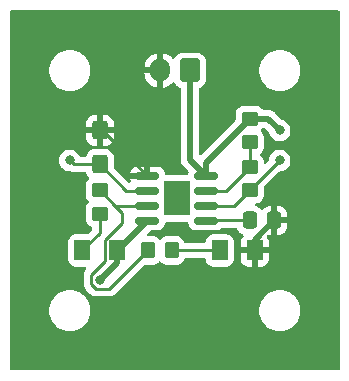
<source format=gbr>
%TF.GenerationSoftware,KiCad,Pcbnew,7.0.8*%
%TF.CreationDate,2023-10-11T13:53:52-07:00*%
%TF.ProjectId,PCB_555_Timer,5043425f-3535-4355-9f54-696d65722e6b,rev?*%
%TF.SameCoordinates,Original*%
%TF.FileFunction,Copper,L1,Top*%
%TF.FilePolarity,Positive*%
%FSLAX46Y46*%
G04 Gerber Fmt 4.6, Leading zero omitted, Abs format (unit mm)*
G04 Created by KiCad (PCBNEW 7.0.8) date 2023-10-11 13:53:52*
%MOMM*%
%LPD*%
G01*
G04 APERTURE LIST*
G04 Aperture macros list*
%AMRoundRect*
0 Rectangle with rounded corners*
0 $1 Rounding radius*
0 $2 $3 $4 $5 $6 $7 $8 $9 X,Y pos of 4 corners*
0 Add a 4 corners polygon primitive as box body*
4,1,4,$2,$3,$4,$5,$6,$7,$8,$9,$2,$3,0*
0 Add four circle primitives for the rounded corners*
1,1,$1+$1,$2,$3*
1,1,$1+$1,$4,$5*
1,1,$1+$1,$6,$7*
1,1,$1+$1,$8,$9*
0 Add four rect primitives between the rounded corners*
20,1,$1+$1,$2,$3,$4,$5,0*
20,1,$1+$1,$4,$5,$6,$7,0*
20,1,$1+$1,$6,$7,$8,$9,0*
20,1,$1+$1,$8,$9,$2,$3,0*%
G04 Aperture macros list end*
%TA.AperFunction,SMDPad,CuDef*%
%ADD10R,2.290000X3.000000*%
%TD*%
%TA.AperFunction,SMDPad,CuDef*%
%ADD11RoundRect,0.150000X-0.825000X-0.150000X0.825000X-0.150000X0.825000X0.150000X-0.825000X0.150000X0*%
%TD*%
%TA.AperFunction,SMDPad,CuDef*%
%ADD12RoundRect,0.250000X-0.350000X-0.450000X0.350000X-0.450000X0.350000X0.450000X-0.350000X0.450000X0*%
%TD*%
%TA.AperFunction,SMDPad,CuDef*%
%ADD13RoundRect,0.250000X0.450000X-0.350000X0.450000X0.350000X-0.450000X0.350000X-0.450000X-0.350000X0*%
%TD*%
%TA.AperFunction,SMDPad,CuDef*%
%ADD14RoundRect,0.250000X-0.450000X0.350000X-0.450000X-0.350000X0.450000X-0.350000X0.450000X0.350000X0*%
%TD*%
%TA.AperFunction,ComponentPad*%
%ADD15RoundRect,0.250000X0.600000X0.750000X-0.600000X0.750000X-0.600000X-0.750000X0.600000X-0.750000X0*%
%TD*%
%TA.AperFunction,ComponentPad*%
%ADD16O,1.700000X2.000000*%
%TD*%
%TA.AperFunction,SMDPad,CuDef*%
%ADD17RoundRect,0.250001X0.462499X0.624999X-0.462499X0.624999X-0.462499X-0.624999X0.462499X-0.624999X0*%
%TD*%
%TA.AperFunction,SMDPad,CuDef*%
%ADD18RoundRect,0.250001X-0.462499X-0.624999X0.462499X-0.624999X0.462499X0.624999X-0.462499X0.624999X0*%
%TD*%
%TA.AperFunction,SMDPad,CuDef*%
%ADD19RoundRect,0.250000X-0.337500X-0.475000X0.337500X-0.475000X0.337500X0.475000X-0.337500X0.475000X0*%
%TD*%
%TA.AperFunction,SMDPad,CuDef*%
%ADD20RoundRect,0.250000X0.425000X-0.537500X0.425000X0.537500X-0.425000X0.537500X-0.425000X-0.537500X0*%
%TD*%
%TA.AperFunction,ViaPad*%
%ADD21C,0.800000*%
%TD*%
%TA.AperFunction,Conductor*%
%ADD22C,0.254000*%
%TD*%
%TA.AperFunction,Conductor*%
%ADD23C,0.250000*%
%TD*%
%TA.AperFunction,Conductor*%
%ADD24C,0.508000*%
%TD*%
G04 APERTURE END LIST*
D10*
%TO.P,U1,9*%
%TO.N,N/C*%
X146207500Y-102280000D03*
D11*
%TO.P,U1,8,VCC*%
%TO.N,+9V*%
X148682500Y-100375000D03*
%TO.P,U1,7,DIS*%
%TO.N,/pin_7*%
X148682500Y-101645000D03*
%TO.P,U1,6,THR*%
%TO.N,/pin_2*%
X148682500Y-102915000D03*
%TO.P,U1,5,CV*%
%TO.N,Net-(U1-CV)*%
X148682500Y-104185000D03*
%TO.P,U1,4,R*%
%TO.N,+9V*%
X143732500Y-104185000D03*
%TO.P,U1,3,Q*%
%TO.N,/pin_3*%
X143732500Y-102915000D03*
%TO.P,U1,2,TR*%
%TO.N,/pin_2*%
X143732500Y-101645000D03*
%TO.P,U1,1,GND*%
%TO.N,GND*%
X143732500Y-100375000D03*
%TD*%
D12*
%TO.P,R4,1*%
%TO.N,/pin_3*%
X143780000Y-106680000D03*
%TO.P,R4,2*%
%TO.N,Net-(D2-A)*%
X145780000Y-106680000D03*
%TD*%
D13*
%TO.P,R3,1*%
%TO.N,Net-(D1-K)*%
X139700000Y-103600000D03*
%TO.P,R3,2*%
%TO.N,/pin_3*%
X139700000Y-101600000D03*
%TD*%
D14*
%TO.P,R2,1*%
%TO.N,/pin_7*%
X152400000Y-99600000D03*
%TO.P,R2,2*%
%TO.N,/pin_2*%
X152400000Y-101600000D03*
%TD*%
%TO.P,R1,1*%
%TO.N,+9V*%
X152400000Y-95520000D03*
%TO.P,R1,2*%
%TO.N,/pin_7*%
X152400000Y-97520000D03*
%TD*%
D15*
%TO.P,J1,1,Pin_1*%
%TO.N,+9V*%
X147320000Y-91440000D03*
D16*
%TO.P,J1,2,Pin_2*%
%TO.N,GND*%
X144820000Y-91440000D03*
%TD*%
D17*
%TO.P,D2,1,K*%
%TO.N,GND*%
X152835000Y-106680000D03*
%TO.P,D2,2,A*%
%TO.N,Net-(D2-A)*%
X149860000Y-106680000D03*
%TD*%
D18*
%TO.P,D1,1,K*%
%TO.N,Net-(D1-K)*%
X138212500Y-106680000D03*
%TO.P,D1,2,A*%
%TO.N,+9V*%
X141187500Y-106680000D03*
%TD*%
D19*
%TO.P,C2,2*%
%TO.N,GND*%
X154475000Y-104140000D03*
%TO.P,C2,1*%
%TO.N,Net-(U1-CV)*%
X152400000Y-104140000D03*
%TD*%
D20*
%TO.P,C1,2*%
%TO.N,GND*%
X139700000Y-96520000D03*
%TO.P,C1,1*%
%TO.N,/pin_2*%
X139700000Y-99395000D03*
%TD*%
D21*
%TO.N,/pin_2*%
X154940000Y-99060000D03*
X137160000Y-99060000D03*
%TO.N,GND*%
X142240000Y-99060000D03*
X154940000Y-101600000D03*
%TO.N,+9V*%
X139700000Y-109220000D03*
X154940000Y-96520000D03*
%TD*%
D22*
%TO.N,/pin_2*%
X152400000Y-101600000D02*
X154940000Y-99060000D01*
D23*
X137495000Y-99395000D02*
X137160000Y-99060000D01*
X139700000Y-99395000D02*
X137495000Y-99395000D01*
%TO.N,GND*%
X142417500Y-99060000D02*
X143732500Y-100375000D01*
X142240000Y-99060000D02*
X142417500Y-99060000D01*
X142240000Y-98882500D02*
X142240000Y-99060000D01*
X139700000Y-96520000D02*
X139877500Y-96520000D01*
X139877500Y-96520000D02*
X142240000Y-98882500D01*
D24*
X154475000Y-102065000D02*
X154940000Y-101600000D01*
X154475000Y-104140000D02*
X154475000Y-102065000D01*
%TO.N,+9V*%
X147320000Y-99012500D02*
X147320000Y-91440000D01*
X148682500Y-100375000D02*
X147320000Y-99012500D01*
D22*
%TO.N,/pin_3*%
X141617842Y-103517842D02*
X141015000Y-102915000D01*
X141617842Y-104346158D02*
X141617842Y-103517842D01*
X140148000Y-105816000D02*
X141617842Y-104346158D01*
X140148000Y-107544000D02*
X140148000Y-105816000D01*
X138973000Y-108719000D02*
X140148000Y-107544000D01*
X138973000Y-109521134D02*
X138973000Y-108719000D01*
X139398866Y-109947000D02*
X138973000Y-109521134D01*
X140513000Y-109947000D02*
X139398866Y-109947000D01*
X143780000Y-106680000D02*
X140513000Y-109947000D01*
D24*
%TO.N,+9V*%
X141187500Y-107732500D02*
X139700000Y-109220000D01*
X141187500Y-106680000D02*
X141187500Y-107732500D01*
X141237500Y-106680000D02*
X143732500Y-104185000D01*
X141187500Y-106680000D02*
X141237500Y-106680000D01*
D23*
%TO.N,Net-(D1-K)*%
X139700000Y-105192500D02*
X138212500Y-106680000D01*
X139700000Y-103600000D02*
X139700000Y-105192500D01*
D24*
%TO.N,+9V*%
X153940000Y-95520000D02*
X154940000Y-96520000D01*
X152400000Y-95520000D02*
X153940000Y-95520000D01*
%TO.N,GND*%
X152835000Y-105780000D02*
X154475000Y-104140000D01*
X152835000Y-106680000D02*
X152835000Y-105780000D01*
%TO.N,+9V*%
X148682500Y-99237500D02*
X148682500Y-100375000D01*
X152400000Y-95520000D02*
X148682500Y-99237500D01*
D22*
%TO.N,/pin_7*%
X150355000Y-101645000D02*
X148682500Y-101645000D01*
X152400000Y-99600000D02*
X150355000Y-101645000D01*
X152400000Y-99600000D02*
X152400000Y-97520000D01*
%TO.N,/pin_2*%
X151085000Y-102915000D02*
X148682500Y-102915000D01*
X152400000Y-101600000D02*
X151085000Y-102915000D01*
%TO.N,Net-(U1-CV)*%
X148727500Y-104140000D02*
X148682500Y-104185000D01*
X152400000Y-104140000D02*
X148727500Y-104140000D01*
%TO.N,Net-(D2-A)*%
X145780000Y-106680000D02*
X149860000Y-106680000D01*
%TO.N,/pin_3*%
X141015000Y-102915000D02*
X143732500Y-102915000D01*
X139700000Y-101600000D02*
X141015000Y-102915000D01*
D23*
%TO.N,/pin_2*%
X141950000Y-101645000D02*
X143732500Y-101645000D01*
X139700000Y-99395000D02*
X141950000Y-101645000D01*
X139700000Y-99087500D02*
X139700000Y-99395000D01*
%TD*%
%TA.AperFunction,Conductor*%
%TO.N,GND*%
G36*
X159962539Y-86380185D02*
G01*
X160008294Y-86432989D01*
X160019500Y-86484500D01*
X160019500Y-116715500D01*
X159999815Y-116782539D01*
X159947011Y-116828294D01*
X159895500Y-116839500D01*
X132204500Y-116839500D01*
X132137461Y-116819815D01*
X132091706Y-116767011D01*
X132080500Y-116715500D01*
X132080500Y-111891187D01*
X135409500Y-111891187D01*
X135429794Y-112025823D01*
X135448604Y-112150615D01*
X135448605Y-112150617D01*
X135448606Y-112150623D01*
X135525938Y-112401326D01*
X135639767Y-112637696D01*
X135639768Y-112637697D01*
X135639770Y-112637700D01*
X135639772Y-112637704D01*
X135787567Y-112854479D01*
X135966014Y-113046801D01*
X135966018Y-113046804D01*
X135966019Y-113046805D01*
X136171143Y-113210386D01*
X136398357Y-113341568D01*
X136642584Y-113437420D01*
X136898370Y-113495802D01*
X136898376Y-113495802D01*
X136898379Y-113495803D01*
X137094500Y-113510500D01*
X137094506Y-113510500D01*
X137225500Y-113510500D01*
X137421620Y-113495803D01*
X137421622Y-113495802D01*
X137421630Y-113495802D01*
X137677416Y-113437420D01*
X137921643Y-113341568D01*
X138148857Y-113210386D01*
X138353981Y-113046805D01*
X138532433Y-112854479D01*
X138680228Y-112637704D01*
X138794063Y-112401323D01*
X138871396Y-112150615D01*
X138910499Y-111891187D01*
X153189500Y-111891187D01*
X153209794Y-112025823D01*
X153228604Y-112150615D01*
X153228605Y-112150617D01*
X153228606Y-112150623D01*
X153305938Y-112401326D01*
X153419767Y-112637696D01*
X153419768Y-112637697D01*
X153419770Y-112637700D01*
X153419772Y-112637704D01*
X153567567Y-112854479D01*
X153746014Y-113046801D01*
X153746018Y-113046804D01*
X153746019Y-113046805D01*
X153951143Y-113210386D01*
X154178357Y-113341568D01*
X154422584Y-113437420D01*
X154678370Y-113495802D01*
X154678376Y-113495802D01*
X154678379Y-113495803D01*
X154874500Y-113510500D01*
X154874506Y-113510500D01*
X155005500Y-113510500D01*
X155201620Y-113495803D01*
X155201622Y-113495802D01*
X155201630Y-113495802D01*
X155457416Y-113437420D01*
X155701643Y-113341568D01*
X155928857Y-113210386D01*
X156133981Y-113046805D01*
X156312433Y-112854479D01*
X156460228Y-112637704D01*
X156574063Y-112401323D01*
X156651396Y-112150615D01*
X156690500Y-111891182D01*
X156690500Y-111628818D01*
X156651396Y-111369385D01*
X156574063Y-111118677D01*
X156562121Y-111093880D01*
X156460232Y-110882303D01*
X156460231Y-110882302D01*
X156460230Y-110882301D01*
X156460228Y-110882296D01*
X156312433Y-110665521D01*
X156230001Y-110576680D01*
X156133985Y-110473198D01*
X156067135Y-110419887D01*
X155928857Y-110309614D01*
X155701643Y-110178432D01*
X155457416Y-110082580D01*
X155457411Y-110082578D01*
X155457402Y-110082576D01*
X155239818Y-110032914D01*
X155201630Y-110024198D01*
X155201629Y-110024197D01*
X155201625Y-110024197D01*
X155201620Y-110024196D01*
X155005500Y-110009500D01*
X155005494Y-110009500D01*
X154874506Y-110009500D01*
X154874500Y-110009500D01*
X154678379Y-110024196D01*
X154678374Y-110024197D01*
X154422597Y-110082576D01*
X154422578Y-110082582D01*
X154178356Y-110178432D01*
X153951143Y-110309614D01*
X153746014Y-110473198D01*
X153567567Y-110665520D01*
X153419768Y-110882302D01*
X153419767Y-110882303D01*
X153305938Y-111118673D01*
X153228606Y-111369376D01*
X153228605Y-111369381D01*
X153228604Y-111369385D01*
X153213853Y-111467247D01*
X153189500Y-111628812D01*
X153189500Y-111891187D01*
X138910499Y-111891187D01*
X138910500Y-111891182D01*
X138910500Y-111628818D01*
X138871396Y-111369385D01*
X138794063Y-111118677D01*
X138782121Y-111093880D01*
X138680232Y-110882303D01*
X138680231Y-110882302D01*
X138680230Y-110882301D01*
X138680228Y-110882296D01*
X138532433Y-110665521D01*
X138450001Y-110576680D01*
X138353985Y-110473198D01*
X138287135Y-110419887D01*
X138148857Y-110309614D01*
X137921643Y-110178432D01*
X137677416Y-110082580D01*
X137677411Y-110082578D01*
X137677402Y-110082576D01*
X137459818Y-110032914D01*
X137421630Y-110024198D01*
X137421629Y-110024197D01*
X137421625Y-110024197D01*
X137421620Y-110024196D01*
X137225500Y-110009500D01*
X137225494Y-110009500D01*
X137094506Y-110009500D01*
X137094500Y-110009500D01*
X136898379Y-110024196D01*
X136898374Y-110024197D01*
X136642597Y-110082576D01*
X136642578Y-110082582D01*
X136398356Y-110178432D01*
X136171143Y-110309614D01*
X135966014Y-110473198D01*
X135787567Y-110665520D01*
X135639768Y-110882302D01*
X135639767Y-110882303D01*
X135525938Y-111118673D01*
X135448606Y-111369376D01*
X135448605Y-111369381D01*
X135448604Y-111369385D01*
X135433853Y-111467247D01*
X135409500Y-111628812D01*
X135409500Y-111891187D01*
X132080500Y-111891187D01*
X132080500Y-99060000D01*
X136254540Y-99060000D01*
X136274326Y-99248256D01*
X136274327Y-99248259D01*
X136332818Y-99428277D01*
X136332821Y-99428284D01*
X136427467Y-99592216D01*
X136511828Y-99685908D01*
X136554129Y-99732888D01*
X136707265Y-99844148D01*
X136707270Y-99844151D01*
X136880192Y-99921142D01*
X136880197Y-99921144D01*
X137065354Y-99960500D01*
X137193423Y-99960500D01*
X137253159Y-99975837D01*
X137262908Y-99981197D01*
X137282312Y-99986179D01*
X137300710Y-99992478D01*
X137319105Y-100000438D01*
X137365129Y-100007726D01*
X137370832Y-100008907D01*
X137415981Y-100020500D01*
X137436016Y-100020500D01*
X137455413Y-100022026D01*
X137475196Y-100025160D01*
X137521584Y-100020775D01*
X137527422Y-100020500D01*
X138423988Y-100020500D01*
X138491027Y-100040185D01*
X138536782Y-100092989D01*
X138541694Y-100105496D01*
X138590185Y-100251831D01*
X138590187Y-100251836D01*
X138682289Y-100401157D01*
X138772201Y-100491069D01*
X138805686Y-100552392D01*
X138800702Y-100622084D01*
X138772201Y-100666431D01*
X138657289Y-100781342D01*
X138565187Y-100930663D01*
X138565186Y-100930666D01*
X138510001Y-101097203D01*
X138510001Y-101097204D01*
X138510000Y-101097204D01*
X138499500Y-101199983D01*
X138499500Y-102000001D01*
X138499501Y-102000019D01*
X138510000Y-102102796D01*
X138510001Y-102102799D01*
X138565185Y-102269331D01*
X138565187Y-102269336D01*
X138657289Y-102418657D01*
X138750951Y-102512319D01*
X138784436Y-102573642D01*
X138779452Y-102643334D01*
X138750951Y-102687681D01*
X138657289Y-102781342D01*
X138565187Y-102930663D01*
X138565186Y-102930666D01*
X138510001Y-103097203D01*
X138510001Y-103097204D01*
X138510000Y-103097204D01*
X138499500Y-103199983D01*
X138499500Y-104000001D01*
X138499501Y-104000019D01*
X138510000Y-104102796D01*
X138510001Y-104102799D01*
X138565185Y-104269331D01*
X138565187Y-104269336D01*
X138577793Y-104289774D01*
X138657288Y-104418656D01*
X138781344Y-104542712D01*
X138910752Y-104622531D01*
X138930668Y-104634815D01*
X138951110Y-104641588D01*
X138989502Y-104654310D01*
X139046947Y-104694081D01*
X139073772Y-104758596D01*
X139074500Y-104772016D01*
X139074500Y-104882047D01*
X139054815Y-104949086D01*
X139038181Y-104969728D01*
X138739729Y-105268181D01*
X138678406Y-105301666D01*
X138652048Y-105304500D01*
X137699984Y-105304500D01*
X137597204Y-105315000D01*
X137597203Y-105315001D01*
X137430664Y-105370186D01*
X137430662Y-105370187D01*
X137281348Y-105462286D01*
X137281344Y-105462289D01*
X137157289Y-105586344D01*
X137157286Y-105586348D01*
X137065187Y-105735662D01*
X137065186Y-105735664D01*
X137010001Y-105902203D01*
X137010000Y-105902204D01*
X136999500Y-106004984D01*
X136999500Y-107355015D01*
X137010000Y-107457795D01*
X137010001Y-107457796D01*
X137065186Y-107624335D01*
X137065187Y-107624337D01*
X137157286Y-107773651D01*
X137157289Y-107773655D01*
X137281344Y-107897710D01*
X137281348Y-107897713D01*
X137430662Y-107989812D01*
X137430664Y-107989813D01*
X137430666Y-107989814D01*
X137597203Y-108044999D01*
X137699992Y-108055500D01*
X137699997Y-108055500D01*
X138448716Y-108055500D01*
X138515755Y-108075185D01*
X138561510Y-108127989D01*
X138571454Y-108197147D01*
X138542429Y-108260703D01*
X138539120Y-108264369D01*
X138522322Y-108282258D01*
X138501378Y-108303203D01*
X138501375Y-108303205D01*
X138497106Y-108308709D01*
X138493315Y-108313147D01*
X138461308Y-108347230D01*
X138461305Y-108347234D01*
X138451606Y-108364877D01*
X138440928Y-108381133D01*
X138428594Y-108397034D01*
X138428589Y-108397042D01*
X138410025Y-108439943D01*
X138407454Y-108445191D01*
X138384927Y-108486167D01*
X138379920Y-108505668D01*
X138373621Y-108524064D01*
X138366893Y-108539612D01*
X138365625Y-108542544D01*
X138365624Y-108542546D01*
X138358312Y-108588716D01*
X138357127Y-108594438D01*
X138345500Y-108639723D01*
X138345500Y-108659858D01*
X138343973Y-108679257D01*
X138340825Y-108699131D01*
X138345225Y-108745677D01*
X138345500Y-108751515D01*
X138345500Y-109438166D01*
X138343772Y-109453815D01*
X138344054Y-109453842D01*
X138343319Y-109461609D01*
X138345500Y-109530993D01*
X138345500Y-109560611D01*
X138346371Y-109567514D01*
X138346829Y-109573333D01*
X138348298Y-109620076D01*
X138353916Y-109639409D01*
X138357862Y-109658463D01*
X138360383Y-109678421D01*
X138360386Y-109678433D01*
X138377595Y-109721899D01*
X138379487Y-109727427D01*
X138392530Y-109772321D01*
X138392530Y-109772322D01*
X138402777Y-109789649D01*
X138411335Y-109807119D01*
X138418745Y-109825835D01*
X138446229Y-109863663D01*
X138449437Y-109868547D01*
X138473234Y-109908786D01*
X138473240Y-109908794D01*
X138487469Y-109923022D01*
X138500109Y-109937821D01*
X138511934Y-109954098D01*
X138511936Y-109954099D01*
X138511937Y-109954101D01*
X138547957Y-109983899D01*
X138552268Y-109987821D01*
X138742879Y-110178432D01*
X138896490Y-110332043D01*
X138906337Y-110344333D01*
X138906555Y-110344154D01*
X138911523Y-110350160D01*
X138962123Y-110397677D01*
X138983067Y-110418620D01*
X138983073Y-110418626D01*
X138988563Y-110422883D01*
X138993014Y-110426684D01*
X139027101Y-110458695D01*
X139027103Y-110458696D01*
X139044733Y-110468387D01*
X139061001Y-110479072D01*
X139076904Y-110491408D01*
X139076906Y-110491409D01*
X139076908Y-110491410D01*
X139098246Y-110500643D01*
X139119809Y-110509974D01*
X139125056Y-110512545D01*
X139133569Y-110517225D01*
X139166032Y-110535072D01*
X139185533Y-110540079D01*
X139203931Y-110546378D01*
X139222407Y-110554373D01*
X139268606Y-110561690D01*
X139274280Y-110562865D01*
X139319594Y-110574500D01*
X139339730Y-110574500D01*
X139359129Y-110576027D01*
X139378999Y-110579174D01*
X139425536Y-110574774D01*
X139431373Y-110574500D01*
X140430033Y-110574500D01*
X140445681Y-110576227D01*
X140445708Y-110575946D01*
X140453475Y-110576680D01*
X140453476Y-110576679D01*
X140453477Y-110576680D01*
X140522860Y-110574500D01*
X140552476Y-110574500D01*
X140559378Y-110573627D01*
X140565190Y-110573169D01*
X140611943Y-110571701D01*
X140631272Y-110566084D01*
X140650328Y-110562137D01*
X140670293Y-110559616D01*
X140713770Y-110542401D01*
X140719276Y-110540516D01*
X140764191Y-110527468D01*
X140781515Y-110517221D01*
X140798983Y-110508663D01*
X140817703Y-110501253D01*
X140855542Y-110473759D01*
X140860391Y-110470574D01*
X140900656Y-110446763D01*
X140914897Y-110432520D01*
X140929678Y-110419897D01*
X140945967Y-110408063D01*
X140945969Y-110408059D01*
X140945971Y-110408059D01*
X140957845Y-110393703D01*
X140975776Y-110372028D01*
X140979689Y-110367728D01*
X143430600Y-107916818D01*
X143491923Y-107883333D01*
X143518281Y-107880499D01*
X144180002Y-107880499D01*
X144180008Y-107880499D01*
X144282797Y-107869999D01*
X144449334Y-107814814D01*
X144598656Y-107722712D01*
X144692319Y-107629049D01*
X144753642Y-107595564D01*
X144823334Y-107600548D01*
X144867681Y-107629049D01*
X144961344Y-107722712D01*
X145110666Y-107814814D01*
X145277203Y-107869999D01*
X145379991Y-107880500D01*
X146180008Y-107880499D01*
X146180016Y-107880498D01*
X146180019Y-107880498D01*
X146236302Y-107874748D01*
X146282797Y-107869999D01*
X146449334Y-107814814D01*
X146598656Y-107722712D01*
X146722712Y-107598656D01*
X146814814Y-107449334D01*
X146833648Y-107392495D01*
X146873421Y-107335051D01*
X146937937Y-107308228D01*
X146951354Y-107307500D01*
X148530169Y-107307500D01*
X148597208Y-107327185D01*
X148642963Y-107379989D01*
X148653527Y-107418898D01*
X148657500Y-107457794D01*
X148657501Y-107457796D01*
X148712686Y-107624335D01*
X148712687Y-107624337D01*
X148804786Y-107773651D01*
X148804789Y-107773655D01*
X148928844Y-107897710D01*
X148928848Y-107897713D01*
X149078162Y-107989812D01*
X149078164Y-107989813D01*
X149078166Y-107989814D01*
X149244703Y-108044999D01*
X149347492Y-108055500D01*
X149347497Y-108055500D01*
X150372503Y-108055500D01*
X150372508Y-108055500D01*
X150475297Y-108044999D01*
X150641834Y-107989814D01*
X150791155Y-107897711D01*
X150915211Y-107773655D01*
X151007314Y-107624334D01*
X151062499Y-107457797D01*
X151073000Y-107355008D01*
X151073000Y-106930000D01*
X151622500Y-106930000D01*
X151622500Y-107354985D01*
X151632993Y-107457689D01*
X151632994Y-107457696D01*
X151688141Y-107624118D01*
X151688143Y-107624123D01*
X151780184Y-107773344D01*
X151904155Y-107897315D01*
X152053376Y-107989356D01*
X152053381Y-107989358D01*
X152219803Y-108044505D01*
X152219810Y-108044506D01*
X152322514Y-108054999D01*
X152322527Y-108055000D01*
X152585000Y-108055000D01*
X152585000Y-106930000D01*
X153085000Y-106930000D01*
X153085000Y-108055000D01*
X153347473Y-108055000D01*
X153347485Y-108054999D01*
X153450189Y-108044506D01*
X153450196Y-108044505D01*
X153616618Y-107989358D01*
X153616623Y-107989356D01*
X153765844Y-107897315D01*
X153889815Y-107773344D01*
X153981856Y-107624123D01*
X153981858Y-107624118D01*
X154037005Y-107457696D01*
X154037006Y-107457689D01*
X154047499Y-107354985D01*
X154047500Y-107354972D01*
X154047500Y-106930000D01*
X153085000Y-106930000D01*
X152585000Y-106930000D01*
X151622500Y-106930000D01*
X151073000Y-106930000D01*
X151073000Y-106004992D01*
X151062499Y-105902203D01*
X151007314Y-105735666D01*
X150946633Y-105637288D01*
X150915213Y-105586348D01*
X150915210Y-105586344D01*
X150791155Y-105462289D01*
X150791151Y-105462286D01*
X150641837Y-105370187D01*
X150641835Y-105370186D01*
X150558565Y-105342593D01*
X150475297Y-105315001D01*
X150475295Y-105315000D01*
X150372515Y-105304500D01*
X150372508Y-105304500D01*
X149347492Y-105304500D01*
X149347484Y-105304500D01*
X149244704Y-105315000D01*
X149244703Y-105315001D01*
X149078164Y-105370186D01*
X149078162Y-105370187D01*
X148928848Y-105462286D01*
X148928844Y-105462289D01*
X148804789Y-105586344D01*
X148804786Y-105586348D01*
X148712687Y-105735662D01*
X148712686Y-105735664D01*
X148657501Y-105902203D01*
X148657500Y-105902205D01*
X148653527Y-105941102D01*
X148627131Y-106005794D01*
X148569950Y-106045946D01*
X148530169Y-106052500D01*
X146951354Y-106052500D01*
X146884315Y-106032815D01*
X146838560Y-105980011D01*
X146833648Y-105967504D01*
X146824899Y-105941102D01*
X146814814Y-105910666D01*
X146722712Y-105761344D01*
X146598656Y-105637288D01*
X146449334Y-105545186D01*
X146282797Y-105490001D01*
X146282795Y-105490000D01*
X146180010Y-105479500D01*
X145379998Y-105479500D01*
X145379980Y-105479501D01*
X145277203Y-105490000D01*
X145277200Y-105490001D01*
X145110668Y-105545185D01*
X145110663Y-105545187D01*
X144961342Y-105637289D01*
X144867681Y-105730951D01*
X144806358Y-105764436D01*
X144736666Y-105759452D01*
X144692319Y-105730951D01*
X144598657Y-105637289D01*
X144598656Y-105637288D01*
X144449334Y-105545186D01*
X144282797Y-105490001D01*
X144282795Y-105490000D01*
X144180016Y-105479500D01*
X144180009Y-105479500D01*
X143804385Y-105479500D01*
X143737346Y-105459815D01*
X143691591Y-105407011D01*
X143681647Y-105337853D01*
X143710672Y-105274297D01*
X143716704Y-105267819D01*
X143776812Y-105207712D01*
X143962705Y-105021819D01*
X144024028Y-104988334D01*
X144050386Y-104985500D01*
X144623196Y-104985500D01*
X144641631Y-104984049D01*
X144660069Y-104982598D01*
X144660071Y-104982597D01*
X144660073Y-104982597D01*
X144704367Y-104969728D01*
X144817898Y-104936744D01*
X144959365Y-104853081D01*
X145075581Y-104736865D01*
X145159244Y-104595398D01*
X145205098Y-104437569D01*
X145206586Y-104418657D01*
X145208000Y-104400700D01*
X145208041Y-104399643D01*
X145230336Y-104333426D01*
X145284891Y-104289774D01*
X145331946Y-104280499D01*
X147083054Y-104280499D01*
X147150093Y-104300184D01*
X147195848Y-104352988D01*
X147206959Y-104399643D01*
X147207000Y-104400700D01*
X147209901Y-104437566D01*
X147209902Y-104437573D01*
X147255754Y-104595393D01*
X147255755Y-104595396D01*
X147255756Y-104595398D01*
X147279067Y-104634815D01*
X147339417Y-104736862D01*
X147339423Y-104736870D01*
X147455629Y-104853076D01*
X147455633Y-104853079D01*
X147455635Y-104853081D01*
X147597102Y-104936744D01*
X147638724Y-104948836D01*
X147754926Y-104982597D01*
X147754929Y-104982597D01*
X147754931Y-104982598D01*
X147767222Y-104983565D01*
X147791804Y-104985500D01*
X147791806Y-104985500D01*
X149573196Y-104985500D01*
X149591631Y-104984049D01*
X149610069Y-104982598D01*
X149610071Y-104982597D01*
X149610073Y-104982597D01*
X149654367Y-104969728D01*
X149767898Y-104936744D01*
X149909365Y-104853081D01*
X149958626Y-104803820D01*
X150019949Y-104770334D01*
X150046308Y-104767500D01*
X151232862Y-104767500D01*
X151299901Y-104787185D01*
X151345656Y-104839989D01*
X151350564Y-104852488D01*
X151377686Y-104934334D01*
X151469788Y-105083656D01*
X151593844Y-105207712D01*
X151743166Y-105299814D01*
X151795591Y-105317186D01*
X151853035Y-105356957D01*
X151879858Y-105421473D01*
X151867543Y-105490249D01*
X151844268Y-105522572D01*
X151780182Y-105586658D01*
X151688143Y-105735876D01*
X151688141Y-105735881D01*
X151632994Y-105902303D01*
X151632993Y-105902310D01*
X151622500Y-106005014D01*
X151622500Y-106430000D01*
X154047500Y-106430000D01*
X154047500Y-106005027D01*
X154047499Y-106005014D01*
X154037006Y-105902310D01*
X154037005Y-105902303D01*
X153981858Y-105735881D01*
X153981856Y-105735876D01*
X153889815Y-105586655D01*
X153865355Y-105562195D01*
X153831870Y-105500872D01*
X153836854Y-105431180D01*
X153878726Y-105375247D01*
X153944190Y-105350830D01*
X153979003Y-105353263D01*
X153984810Y-105354506D01*
X154087519Y-105364999D01*
X154224999Y-105364999D01*
X154225000Y-105364998D01*
X154225000Y-104390000D01*
X154725000Y-104390000D01*
X154725000Y-105364999D01*
X154862472Y-105364999D01*
X154862486Y-105364998D01*
X154965197Y-105354505D01*
X155131619Y-105299358D01*
X155131624Y-105299356D01*
X155280845Y-105207315D01*
X155404815Y-105083345D01*
X155496856Y-104934124D01*
X155496858Y-104934119D01*
X155552005Y-104767697D01*
X155552006Y-104767690D01*
X155562499Y-104664986D01*
X155562500Y-104664973D01*
X155562500Y-104390000D01*
X154725000Y-104390000D01*
X154225000Y-104390000D01*
X154225000Y-102915000D01*
X154725000Y-102915000D01*
X154725000Y-103890000D01*
X155562499Y-103890000D01*
X155562499Y-103615028D01*
X155562498Y-103615013D01*
X155552005Y-103512302D01*
X155496858Y-103345880D01*
X155496856Y-103345875D01*
X155404815Y-103196654D01*
X155280845Y-103072684D01*
X155131624Y-102980643D01*
X155131619Y-102980641D01*
X154965197Y-102925494D01*
X154965190Y-102925493D01*
X154862486Y-102915000D01*
X154725000Y-102915000D01*
X154225000Y-102915000D01*
X154087527Y-102915000D01*
X154087512Y-102915001D01*
X153984802Y-102925494D01*
X153818380Y-102980641D01*
X153818375Y-102980643D01*
X153669154Y-103072684D01*
X153545183Y-103196655D01*
X153545179Y-103196660D01*
X153543326Y-103199665D01*
X153541518Y-103201290D01*
X153540702Y-103202323D01*
X153540525Y-103202183D01*
X153491374Y-103246385D01*
X153422411Y-103257601D01*
X153358331Y-103229752D01*
X153332253Y-103199653D01*
X153332237Y-103199628D01*
X153330212Y-103196344D01*
X153206156Y-103072288D01*
X153056834Y-102980186D01*
X152924565Y-102936356D01*
X152867121Y-102896584D01*
X152840298Y-102832068D01*
X152852613Y-102763293D01*
X152900156Y-102712093D01*
X152950967Y-102695293D01*
X153002797Y-102689999D01*
X153169334Y-102634814D01*
X153318656Y-102542712D01*
X153442712Y-102418656D01*
X153534814Y-102269334D01*
X153589999Y-102102797D01*
X153600500Y-102000009D01*
X153600499Y-101338279D01*
X153620183Y-101271241D01*
X153636813Y-101250604D01*
X154890600Y-99996819D01*
X154951923Y-99963334D01*
X154978281Y-99960500D01*
X155034644Y-99960500D01*
X155034646Y-99960500D01*
X155219803Y-99921144D01*
X155392730Y-99844151D01*
X155545871Y-99732888D01*
X155672533Y-99592216D01*
X155767179Y-99428284D01*
X155825674Y-99248256D01*
X155845460Y-99060000D01*
X155825674Y-98871744D01*
X155767179Y-98691716D01*
X155672533Y-98527784D01*
X155545871Y-98387112D01*
X155545870Y-98387111D01*
X155392734Y-98275851D01*
X155392729Y-98275848D01*
X155219807Y-98198857D01*
X155219802Y-98198855D01*
X155074001Y-98167865D01*
X155034646Y-98159500D01*
X154845354Y-98159500D01*
X154812897Y-98166398D01*
X154660197Y-98198855D01*
X154660192Y-98198857D01*
X154487270Y-98275848D01*
X154487265Y-98275851D01*
X154334129Y-98387111D01*
X154207466Y-98527785D01*
X154112821Y-98691715D01*
X154112818Y-98691722D01*
X154054327Y-98871740D01*
X154054326Y-98871744D01*
X154041854Y-98990408D01*
X154037011Y-99036489D01*
X154010426Y-99101103D01*
X154001371Y-99111208D01*
X153812180Y-99300400D01*
X153750857Y-99333885D01*
X153681166Y-99328901D01*
X153625232Y-99287030D01*
X153600815Y-99221565D01*
X153600499Y-99212719D01*
X153600499Y-99199998D01*
X153600498Y-99199981D01*
X153589999Y-99097203D01*
X153589998Y-99097200D01*
X153569880Y-99036489D01*
X153534814Y-98930666D01*
X153442712Y-98781344D01*
X153318656Y-98657288D01*
X153318653Y-98657286D01*
X153318628Y-98657266D01*
X153318613Y-98657245D01*
X153313549Y-98652181D01*
X153314414Y-98651315D01*
X153278251Y-98600245D01*
X153275113Y-98530445D01*
X153310208Y-98470030D01*
X153318628Y-98462734D01*
X153318654Y-98462713D01*
X153318656Y-98462712D01*
X153442712Y-98338656D01*
X153534814Y-98189334D01*
X153589999Y-98022797D01*
X153600500Y-97920009D01*
X153600499Y-97119992D01*
X153599221Y-97107486D01*
X153589999Y-97017203D01*
X153589998Y-97017200D01*
X153547277Y-96888277D01*
X153534814Y-96850666D01*
X153442712Y-96701344D01*
X153349049Y-96607681D01*
X153315564Y-96546358D01*
X153320548Y-96476666D01*
X153349049Y-96432319D01*
X153442712Y-96338656D01*
X153445954Y-96333400D01*
X153497903Y-96286677D01*
X153551491Y-96274500D01*
X153576114Y-96274500D01*
X153643153Y-96294185D01*
X153663795Y-96310819D01*
X154029951Y-96676975D01*
X154060201Y-96726338D01*
X154112818Y-96888277D01*
X154112821Y-96888284D01*
X154207467Y-97052216D01*
X154334129Y-97192888D01*
X154487265Y-97304148D01*
X154487270Y-97304151D01*
X154660192Y-97381142D01*
X154660197Y-97381144D01*
X154845354Y-97420500D01*
X154845355Y-97420500D01*
X155034644Y-97420500D01*
X155034646Y-97420500D01*
X155219803Y-97381144D01*
X155392730Y-97304151D01*
X155545871Y-97192888D01*
X155672533Y-97052216D01*
X155767179Y-96888284D01*
X155825674Y-96708256D01*
X155845460Y-96520000D01*
X155825674Y-96331744D01*
X155767179Y-96151716D01*
X155672533Y-95987784D01*
X155545871Y-95847112D01*
X155545870Y-95847111D01*
X155392734Y-95735851D01*
X155392729Y-95735848D01*
X155219807Y-95658857D01*
X155219805Y-95658856D01*
X155161850Y-95646537D01*
X155100369Y-95613343D01*
X155099952Y-95612928D01*
X154518766Y-95031742D01*
X154506984Y-95018109D01*
X154503604Y-95013569D01*
X154492539Y-94998706D01*
X154492537Y-94998704D01*
X154492538Y-94998704D01*
X154464932Y-94975541D01*
X154452285Y-94964928D01*
X154448310Y-94961286D01*
X154442441Y-94955417D01*
X154442440Y-94955416D01*
X154442438Y-94955414D01*
X154416584Y-94934972D01*
X154357427Y-94885333D01*
X154351394Y-94881365D01*
X154351422Y-94881321D01*
X154344961Y-94877204D01*
X154344934Y-94877250D01*
X154338790Y-94873460D01*
X154268808Y-94840827D01*
X154199815Y-94806177D01*
X154193031Y-94803708D01*
X154193049Y-94803658D01*
X154185807Y-94801141D01*
X154185791Y-94801191D01*
X154178938Y-94798920D01*
X154103311Y-94783304D01*
X154028181Y-94765498D01*
X154021014Y-94764661D01*
X154021020Y-94764607D01*
X154013405Y-94763829D01*
X154013401Y-94763883D01*
X154006210Y-94763253D01*
X153929018Y-94765500D01*
X153551491Y-94765500D01*
X153484452Y-94745815D01*
X153445954Y-94706600D01*
X153442711Y-94701343D01*
X153318657Y-94577289D01*
X153318656Y-94577288D01*
X153169334Y-94485186D01*
X153002797Y-94430001D01*
X153002795Y-94430000D01*
X152900010Y-94419500D01*
X151899998Y-94419500D01*
X151899980Y-94419501D01*
X151797203Y-94430000D01*
X151797200Y-94430001D01*
X151630668Y-94485185D01*
X151630663Y-94485187D01*
X151481342Y-94577289D01*
X151357289Y-94701342D01*
X151265187Y-94850663D01*
X151265186Y-94850666D01*
X151210001Y-95017203D01*
X151210001Y-95017204D01*
X151210000Y-95017204D01*
X151199500Y-95119983D01*
X151199500Y-95602113D01*
X151179815Y-95669152D01*
X151163181Y-95689794D01*
X148286181Y-98566794D01*
X148224858Y-98600279D01*
X148155166Y-98595295D01*
X148099233Y-98553423D01*
X148074816Y-98487959D01*
X148074500Y-98479113D01*
X148074500Y-93018975D01*
X148094185Y-92951936D01*
X148146989Y-92906181D01*
X148159489Y-92901271D01*
X148239334Y-92874814D01*
X148388656Y-92782712D01*
X148512712Y-92658656D01*
X148604814Y-92509334D01*
X148659999Y-92342797D01*
X148670500Y-92240009D01*
X148670500Y-91571187D01*
X153189500Y-91571187D01*
X153207409Y-91690000D01*
X153228604Y-91830615D01*
X153228605Y-91830617D01*
X153228606Y-91830623D01*
X153305938Y-92081326D01*
X153419767Y-92317696D01*
X153419768Y-92317697D01*
X153419770Y-92317700D01*
X153419772Y-92317704D01*
X153517520Y-92461073D01*
X153567567Y-92534479D01*
X153746014Y-92726801D01*
X153746018Y-92726804D01*
X153746019Y-92726805D01*
X153951143Y-92890386D01*
X154178357Y-93021568D01*
X154422584Y-93117420D01*
X154678370Y-93175802D01*
X154678376Y-93175802D01*
X154678379Y-93175803D01*
X154874500Y-93190500D01*
X154874506Y-93190500D01*
X155005500Y-93190500D01*
X155201620Y-93175803D01*
X155201622Y-93175802D01*
X155201630Y-93175802D01*
X155457416Y-93117420D01*
X155701643Y-93021568D01*
X155928857Y-92890386D01*
X156133981Y-92726805D01*
X156312433Y-92534479D01*
X156460228Y-92317704D01*
X156574063Y-92081323D01*
X156651396Y-91830615D01*
X156690500Y-91571182D01*
X156690500Y-91308818D01*
X156651396Y-91049385D01*
X156574063Y-90798677D01*
X156562121Y-90773880D01*
X156460232Y-90562303D01*
X156460231Y-90562302D01*
X156460230Y-90562301D01*
X156460228Y-90562296D01*
X156312433Y-90345521D01*
X156302441Y-90334753D01*
X156133985Y-90153198D01*
X156063876Y-90097288D01*
X155928857Y-89989614D01*
X155701643Y-89858432D01*
X155457416Y-89762580D01*
X155457411Y-89762578D01*
X155457402Y-89762576D01*
X155239818Y-89712914D01*
X155201630Y-89704198D01*
X155201629Y-89704197D01*
X155201625Y-89704197D01*
X155201620Y-89704196D01*
X155005500Y-89689500D01*
X155005494Y-89689500D01*
X154874506Y-89689500D01*
X154874500Y-89689500D01*
X154678379Y-89704196D01*
X154678374Y-89704197D01*
X154422597Y-89762576D01*
X154422578Y-89762582D01*
X154178356Y-89858432D01*
X153951143Y-89989614D01*
X153746014Y-90153198D01*
X153567567Y-90345520D01*
X153419768Y-90562302D01*
X153419767Y-90562303D01*
X153305938Y-90798673D01*
X153228606Y-91049376D01*
X153228605Y-91049381D01*
X153228604Y-91049385D01*
X153219588Y-91109202D01*
X153189500Y-91308812D01*
X153189500Y-91571187D01*
X148670500Y-91571187D01*
X148670499Y-90639992D01*
X148667682Y-90612420D01*
X148659999Y-90537203D01*
X148659998Y-90537200D01*
X148604814Y-90370666D01*
X148512712Y-90221344D01*
X148388656Y-90097288D01*
X148239334Y-90005186D01*
X148072797Y-89950001D01*
X148072795Y-89950000D01*
X147970010Y-89939500D01*
X146669998Y-89939500D01*
X146669981Y-89939501D01*
X146567203Y-89950000D01*
X146567200Y-89950001D01*
X146400668Y-90005185D01*
X146400663Y-90005187D01*
X146251342Y-90097289D01*
X146127288Y-90221343D01*
X146127285Y-90221347D01*
X146031550Y-90376558D01*
X145979602Y-90423283D01*
X145910640Y-90434504D01*
X145846558Y-90406661D01*
X145838331Y-90399143D01*
X145691078Y-90251891D01*
X145497578Y-90116399D01*
X145283492Y-90016570D01*
X145283486Y-90016567D01*
X145070000Y-89959364D01*
X145070000Y-91004498D01*
X144962315Y-90955320D01*
X144855763Y-90940000D01*
X144784237Y-90940000D01*
X144677685Y-90955320D01*
X144570000Y-91004498D01*
X144570000Y-89959364D01*
X144569999Y-89959364D01*
X144356513Y-90016567D01*
X144356507Y-90016570D01*
X144142422Y-90116399D01*
X144142420Y-90116400D01*
X143948926Y-90251886D01*
X143948920Y-90251891D01*
X143781891Y-90418920D01*
X143781886Y-90418926D01*
X143646400Y-90612420D01*
X143646399Y-90612422D01*
X143546570Y-90826507D01*
X143546566Y-90826516D01*
X143485432Y-91054673D01*
X143485430Y-91054684D01*
X143473592Y-91189999D01*
X143473593Y-91190000D01*
X144386314Y-91190000D01*
X144360507Y-91230156D01*
X144320000Y-91368111D01*
X144320000Y-91511889D01*
X144360507Y-91649844D01*
X144386314Y-91690000D01*
X143473592Y-91690000D01*
X143485430Y-91825315D01*
X143485432Y-91825326D01*
X143546566Y-92053483D01*
X143546570Y-92053492D01*
X143646399Y-92267577D01*
X143646400Y-92267579D01*
X143781886Y-92461073D01*
X143781891Y-92461079D01*
X143948917Y-92628105D01*
X144142421Y-92763600D01*
X144356507Y-92863429D01*
X144356516Y-92863433D01*
X144570000Y-92920634D01*
X144570000Y-91875501D01*
X144677685Y-91924680D01*
X144784237Y-91940000D01*
X144855763Y-91940000D01*
X144962315Y-91924680D01*
X145070000Y-91875501D01*
X145070000Y-92920633D01*
X145283483Y-92863433D01*
X145283492Y-92863429D01*
X145497577Y-92763600D01*
X145497579Y-92763599D01*
X145691073Y-92628113D01*
X145691079Y-92628108D01*
X145838331Y-92480857D01*
X145899654Y-92447372D01*
X145969346Y-92452356D01*
X146025279Y-92494228D01*
X146031551Y-92503441D01*
X146035186Y-92509334D01*
X146127288Y-92658656D01*
X146251344Y-92782712D01*
X146400666Y-92874814D01*
X146480505Y-92901269D01*
X146537949Y-92941041D01*
X146564772Y-93005557D01*
X146565500Y-93018975D01*
X146565500Y-98948500D01*
X146564191Y-98966469D01*
X146560684Y-98990408D01*
X146565264Y-99042741D01*
X146565500Y-99048148D01*
X146565500Y-99056446D01*
X146569325Y-99089174D01*
X146576056Y-99166110D01*
X146577516Y-99173177D01*
X146577464Y-99173187D01*
X146579123Y-99180667D01*
X146579174Y-99180655D01*
X146580839Y-99187680D01*
X146580839Y-99187682D01*
X146580840Y-99187684D01*
X146585320Y-99199992D01*
X146607247Y-99260240D01*
X146631535Y-99333534D01*
X146634586Y-99340075D01*
X146634536Y-99340098D01*
X146637876Y-99346997D01*
X146637925Y-99346973D01*
X146641162Y-99353420D01*
X146641164Y-99353424D01*
X146683599Y-99417944D01*
X146724131Y-99483656D01*
X146728611Y-99489322D01*
X146728569Y-99489355D01*
X146733401Y-99495286D01*
X146733443Y-99495252D01*
X146738081Y-99500780D01*
X146738085Y-99500785D01*
X146766166Y-99527278D01*
X146794247Y-99553772D01*
X147192492Y-99952016D01*
X147225977Y-100013339D01*
X147223888Y-100074291D01*
X147209901Y-100122432D01*
X147209901Y-100122433D01*
X147207000Y-100159300D01*
X147206959Y-100160357D01*
X147184664Y-100226574D01*
X147130108Y-100270225D01*
X147083054Y-100279500D01*
X145331444Y-100279500D01*
X145264405Y-100259815D01*
X145218650Y-100207011D01*
X145207539Y-100160358D01*
X145207500Y-100159353D01*
X145204600Y-100122511D01*
X145204599Y-100122504D01*
X145158783Y-99964806D01*
X145158782Y-99964803D01*
X145075185Y-99823447D01*
X145075178Y-99823438D01*
X144959061Y-99707321D01*
X144959052Y-99707314D01*
X144817696Y-99623717D01*
X144817693Y-99623716D01*
X144659995Y-99577900D01*
X144659989Y-99577899D01*
X144623144Y-99575000D01*
X143982500Y-99575000D01*
X143982500Y-100501000D01*
X143962815Y-100568039D01*
X143910011Y-100613794D01*
X143858500Y-100625000D01*
X142260205Y-100625000D01*
X142260204Y-100625001D01*
X142260399Y-100627488D01*
X142307199Y-100788575D01*
X142306999Y-100858444D01*
X142269056Y-100917114D01*
X142205418Y-100945957D01*
X142136288Y-100935816D01*
X142100441Y-100910850D01*
X141314589Y-100124998D01*
X142260204Y-100124998D01*
X142260205Y-100125000D01*
X143482500Y-100125000D01*
X143482500Y-99575000D01*
X142841856Y-99575000D01*
X142805010Y-99577899D01*
X142805004Y-99577900D01*
X142647306Y-99623716D01*
X142647303Y-99623717D01*
X142505947Y-99707314D01*
X142505938Y-99707321D01*
X142389821Y-99823438D01*
X142389814Y-99823447D01*
X142306218Y-99964801D01*
X142260399Y-100122513D01*
X142260204Y-100124998D01*
X141314589Y-100124998D01*
X140911818Y-99722227D01*
X140878333Y-99660904D01*
X140875499Y-99634546D01*
X140875499Y-98807498D01*
X140875498Y-98807481D01*
X140864999Y-98704703D01*
X140864998Y-98704700D01*
X140862095Y-98695938D01*
X140809814Y-98538166D01*
X140717712Y-98388844D01*
X140593656Y-98264788D01*
X140444334Y-98172686D01*
X140277797Y-98117501D01*
X140277795Y-98117500D01*
X140175010Y-98107000D01*
X139224998Y-98107000D01*
X139224980Y-98107001D01*
X139122203Y-98117500D01*
X139122200Y-98117501D01*
X138955668Y-98172685D01*
X138955663Y-98172687D01*
X138806342Y-98264789D01*
X138682289Y-98388842D01*
X138590187Y-98538163D01*
X138590185Y-98538168D01*
X138574444Y-98585669D01*
X138541693Y-98684505D01*
X138501923Y-98741949D01*
X138437407Y-98768772D01*
X138423989Y-98769500D01*
X138102337Y-98769500D01*
X138035298Y-98749815D01*
X137989543Y-98697011D01*
X137989058Y-98695938D01*
X137987181Y-98691722D01*
X137987179Y-98691716D01*
X137892533Y-98527784D01*
X137765871Y-98387112D01*
X137765870Y-98387111D01*
X137612734Y-98275851D01*
X137612729Y-98275848D01*
X137439807Y-98198857D01*
X137439802Y-98198855D01*
X137294001Y-98167865D01*
X137254646Y-98159500D01*
X137065354Y-98159500D01*
X137032897Y-98166398D01*
X136880197Y-98198855D01*
X136880192Y-98198857D01*
X136707270Y-98275848D01*
X136707265Y-98275851D01*
X136554129Y-98387111D01*
X136427466Y-98527785D01*
X136332821Y-98691715D01*
X136332818Y-98691722D01*
X136274327Y-98871740D01*
X136274326Y-98871744D01*
X136254540Y-99060000D01*
X132080500Y-99060000D01*
X132080500Y-96770000D01*
X138525001Y-96770000D01*
X138525001Y-97107486D01*
X138535494Y-97210197D01*
X138590641Y-97376619D01*
X138590643Y-97376624D01*
X138682684Y-97525845D01*
X138806654Y-97649815D01*
X138955875Y-97741856D01*
X138955880Y-97741858D01*
X139122302Y-97797005D01*
X139122309Y-97797006D01*
X139225019Y-97807499D01*
X139449999Y-97807499D01*
X139450000Y-97807498D01*
X139450000Y-96770000D01*
X139950000Y-96770000D01*
X139950000Y-97807499D01*
X140174972Y-97807499D01*
X140174986Y-97807498D01*
X140277697Y-97797005D01*
X140444119Y-97741858D01*
X140444124Y-97741856D01*
X140593345Y-97649815D01*
X140717315Y-97525845D01*
X140809356Y-97376624D01*
X140809358Y-97376619D01*
X140864505Y-97210197D01*
X140864506Y-97210190D01*
X140874999Y-97107486D01*
X140875000Y-97107473D01*
X140875000Y-96770000D01*
X139950000Y-96770000D01*
X139450000Y-96770000D01*
X138525001Y-96770000D01*
X132080500Y-96770000D01*
X132080500Y-96270000D01*
X138525000Y-96270000D01*
X139450000Y-96270000D01*
X139450000Y-95232500D01*
X139950000Y-95232500D01*
X139950000Y-96270000D01*
X140874999Y-96270000D01*
X140874999Y-95932528D01*
X140874998Y-95932513D01*
X140864505Y-95829802D01*
X140809358Y-95663380D01*
X140809356Y-95663375D01*
X140717315Y-95514154D01*
X140593345Y-95390184D01*
X140444124Y-95298143D01*
X140444119Y-95298141D01*
X140277697Y-95242994D01*
X140277690Y-95242993D01*
X140174986Y-95232500D01*
X139950000Y-95232500D01*
X139450000Y-95232500D01*
X139225029Y-95232500D01*
X139225012Y-95232501D01*
X139122302Y-95242994D01*
X138955880Y-95298141D01*
X138955875Y-95298143D01*
X138806654Y-95390184D01*
X138682684Y-95514154D01*
X138590643Y-95663375D01*
X138590641Y-95663380D01*
X138535494Y-95829802D01*
X138535493Y-95829809D01*
X138525000Y-95932513D01*
X138525000Y-96270000D01*
X132080500Y-96270000D01*
X132080500Y-91571187D01*
X135409500Y-91571187D01*
X135427409Y-91690000D01*
X135448604Y-91830615D01*
X135448605Y-91830617D01*
X135448606Y-91830623D01*
X135525938Y-92081326D01*
X135639767Y-92317696D01*
X135639768Y-92317697D01*
X135639770Y-92317700D01*
X135639772Y-92317704D01*
X135737520Y-92461073D01*
X135787567Y-92534479D01*
X135966014Y-92726801D01*
X135966018Y-92726804D01*
X135966019Y-92726805D01*
X136171143Y-92890386D01*
X136398357Y-93021568D01*
X136642584Y-93117420D01*
X136898370Y-93175802D01*
X136898376Y-93175802D01*
X136898379Y-93175803D01*
X137094500Y-93190500D01*
X137094506Y-93190500D01*
X137225500Y-93190500D01*
X137421620Y-93175803D01*
X137421622Y-93175802D01*
X137421630Y-93175802D01*
X137677416Y-93117420D01*
X137921643Y-93021568D01*
X138148857Y-92890386D01*
X138353981Y-92726805D01*
X138532433Y-92534479D01*
X138680228Y-92317704D01*
X138794063Y-92081323D01*
X138871396Y-91830615D01*
X138910500Y-91571182D01*
X138910500Y-91308818D01*
X138871396Y-91049385D01*
X138794063Y-90798677D01*
X138782121Y-90773880D01*
X138680232Y-90562303D01*
X138680231Y-90562302D01*
X138680230Y-90562301D01*
X138680228Y-90562296D01*
X138532433Y-90345521D01*
X138522441Y-90334753D01*
X138353985Y-90153198D01*
X138283876Y-90097288D01*
X138148857Y-89989614D01*
X137921643Y-89858432D01*
X137677416Y-89762580D01*
X137677411Y-89762578D01*
X137677402Y-89762576D01*
X137459818Y-89712914D01*
X137421630Y-89704198D01*
X137421629Y-89704197D01*
X137421625Y-89704197D01*
X137421620Y-89704196D01*
X137225500Y-89689500D01*
X137225494Y-89689500D01*
X137094506Y-89689500D01*
X137094500Y-89689500D01*
X136898379Y-89704196D01*
X136898374Y-89704197D01*
X136642597Y-89762576D01*
X136642578Y-89762582D01*
X136398356Y-89858432D01*
X136171143Y-89989614D01*
X135966014Y-90153198D01*
X135787567Y-90345520D01*
X135639768Y-90562302D01*
X135639767Y-90562303D01*
X135525938Y-90798673D01*
X135448606Y-91049376D01*
X135448605Y-91049381D01*
X135448604Y-91049385D01*
X135439588Y-91109202D01*
X135409500Y-91308812D01*
X135409500Y-91571187D01*
X132080500Y-91571187D01*
X132080500Y-86484500D01*
X132100185Y-86417461D01*
X132152989Y-86371706D01*
X132204500Y-86360500D01*
X159895500Y-86360500D01*
X159962539Y-86380185D01*
G37*
%TD.AperFunction*%
%TD*%
M02*

</source>
